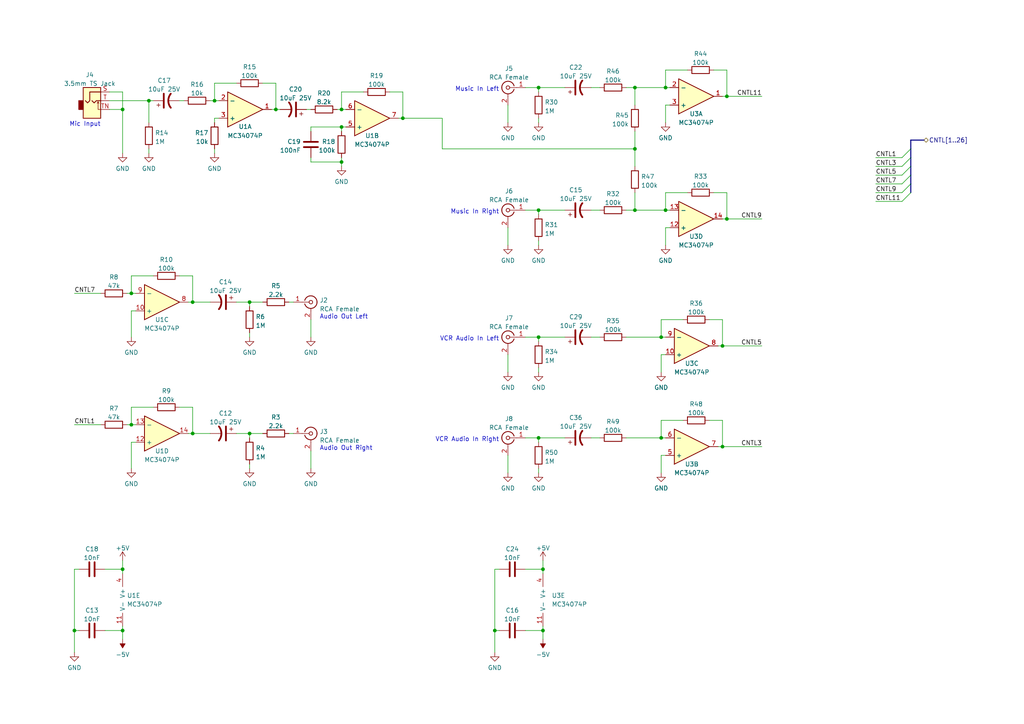
<source format=kicad_sch>
(kicad_sch (version 20211123) (generator eeschema)
  (paper "A4")
  (title_block (title "Audio IO & Modulation") (date "2023-05-24") (rev "3"))
  (lib_symbols
    (symbol "Connector:AudioJack2_SwitchT"
      (property "Reference" "J" (at 0 8.89 0))
      (property "Value" "AudioJack2_SwitchT" (at 0 6.35 0))
      (symbol "AudioJack2_SwitchT_0_1"
        (rectangle (start -2.54 0) (end -3.81 -2.54) (stroke (width 0.254)) (fill (type outline)))
        (polyline (pts (xy 1.778 -0.254) (xy 2.032 -0.762)))
        (polyline (pts (xy 0 0) (xy 0.635 -0.635) (xy 1.27 0) (xy 2.54 0)) (stroke (width 0.254)))
        (polyline (pts (xy 2.54 -2.54) (xy 1.778 -2.54) (xy 1.778 -0.254) (xy 1.524 -0.762)))
        (polyline (pts (xy 2.54 2.54) (xy -0.635 2.54) (xy -0.635 0) (xy -1.27 -0.635) (xy -1.905 0)) (stroke (width 0.254)))
        (rectangle (start 2.54 3.81) (end -2.54 -5.08) (stroke (width 0.254)) (fill (type background)))
      )
      (symbol "AudioJack2_SwitchT_1_1"
        (pin passive line (at 5.08 2.54 180) (length 2.54) (name "~") (number "S"))
        (pin passive line (at 5.08 0 180) (length 2.54) (name "~") (number "T"))
        (pin passive line (at 5.08 -2.54 180) (length 2.54) (name "~") (number "TN"))
      )
    )
    (symbol "Connector:Conn_Coaxial" (pin_names (offset 1.016) hide)
      (property "Reference" "J" (at 0.254 3.048 0))
      (property "Value" "Conn_Coaxial" (at 2.921 0 90))
      (symbol "Conn_Coaxial_0_1"
        (arc (start -1.778 -0.508) (mid 0.2311 -1.8066) (end 1.778 0) (stroke (width 0.254)))
        (polyline (pts (xy -2.54 0) (xy -0.508 0)))
        (polyline (pts (xy 0 -2.54) (xy 0 -1.778)))
        (circle (center 0 0) (radius 0.508) (stroke (width 0.2032)))
        (arc (start 1.778 0) (mid 0.2099 1.8101) (end -1.778 0.508) (stroke (width 0.254)))
      )
      (symbol "Conn_Coaxial_1_1"
        (pin passive line (at -5.08 0 0) (length 2.54) (name "In") (number "1"))
        (pin passive line (at 0 -5.08 90) (length 2.54) (name "Ext") (number "2"))
      )
    )
    (symbol "Device:C" (pin_numbers hide) (pin_names (offset 0.254))
      (property "Reference" "C" (at 0.635 2.54 0))
      (property "Value" "C" (at 0.635 -2.54 0))
      (symbol "C_0_1"
        (polyline (pts (xy -2.032 -0.762) (xy 2.032 -0.762)) (stroke (width 0.508)))
        (polyline (pts (xy -2.032 0.762) (xy 2.032 0.762)) (stroke (width 0.508)))
      )
      (symbol "C_1_1"
        (pin passive line (at 0 3.81 270) (length 2.794) (name "~") (number "1"))
        (pin passive line (at 0 -3.81 90) (length 2.794) (name "~") (number "2"))
      )
    )
    (symbol "Device:C_Polarized_US" (pin_numbers hide) (pin_names (offset 0.254) hide)
      (property "Reference" "C" (at 0.635 2.54 0))
      (property "Value" "C_Polarized_US" (at 0.635 -2.54 0))
      (symbol "C_Polarized_US_0_1"
        (polyline (pts (xy -2.032 0.762) (xy 2.032 0.762)) (stroke (width 0.508)))
        (polyline (pts (xy -1.778 2.286) (xy -0.762 2.286)))
        (polyline (pts (xy -1.27 1.778) (xy -1.27 2.794)))
        (arc (start 2.032 -1.27) (mid 0 -0.5572) (end -2.032 -1.27) (stroke (width 0.508)))
      )
      (symbol "C_Polarized_US_1_1"
        (pin passive line (at 0 3.81 270) (length 2.794) (name "~") (number "1"))
        (pin passive line (at 0 -3.81 90) (length 3.302) (name "~") (number "2"))
      )
    )
    (symbol "Device:Opamp_Quad"
      (property "Reference" "U" (at 0 5.08 0))
      (property "Value" "Opamp_Quad" (at 0 -5.08 0))
      (symbol "Opamp_Quad_1_1"
        (polyline (pts (xy -5.08 5.08) (xy 5.08 0) (xy -5.08 -5.08) (xy -5.08 5.08)) (stroke (width 0.254)) (fill (type background)))
        (pin output line (at 7.62 0 180) (length 2.54) (name "~") (number "1"))
        (pin input line (at -7.62 -2.54 0) (length 2.54) (name "-") (number "2"))
        (pin input line (at -7.62 2.54 0) (length 2.54) (name "+") (number "3"))
      )
      (symbol "Opamp_Quad_2_1"
        (polyline (pts (xy -5.08 5.08) (xy 5.08 0) (xy -5.08 -5.08) (xy -5.08 5.08)) (stroke (width 0.254)) (fill (type background)))
        (pin input line (at -7.62 2.54 0) (length 2.54) (name "+") (number "5"))
        (pin input line (at -7.62 -2.54 0) (length 2.54) (name "-") (number "6"))
        (pin output line (at 7.62 0 180) (length 2.54) (name "~") (number "7"))
      )
      (symbol "Opamp_Quad_3_1"
        (polyline (pts (xy -5.08 5.08) (xy 5.08 0) (xy -5.08 -5.08) (xy -5.08 5.08)) (stroke (width 0.254)) (fill (type background)))
        (pin input line (at -7.62 2.54 0) (length 2.54) (name "+") (number "10"))
        (pin output line (at 7.62 0 180) (length 2.54) (name "~") (number "8"))
        (pin input line (at -7.62 -2.54 0) (length 2.54) (name "-") (number "9"))
      )
      (symbol "Opamp_Quad_4_1"
        (polyline (pts (xy -5.08 5.08) (xy 5.08 0) (xy -5.08 -5.08) (xy -5.08 5.08)) (stroke (width 0.254)) (fill (type background)))
        (pin input line (at -7.62 2.54 0) (length 2.54) (name "+") (number "12"))
        (pin input line (at -7.62 -2.54 0) (length 2.54) (name "-") (number "13"))
        (pin output line (at 7.62 0 180) (length 2.54) (name "~") (number "14"))
      )
      (symbol "Opamp_Quad_5_1"
        (pin power_in line (at -2.54 -7.62 90) (length 3.81) (name "V-") (number "11"))
        (pin power_in line (at -2.54 7.62 270) (length 3.81) (name "V+") (number "4"))
      )
    )
    (symbol "Device:R" (pin_numbers hide) (pin_names (offset 0))
      (property "Reference" "R" (at 2.032 0 90))
      (property "Value" "R" (at 0 0 90))
      (symbol "R_0_1"
        (rectangle (start -1.016 -2.54) (end 1.016 2.54) (stroke (width 0.254)))
      )
      (symbol "R_1_1"
        (pin passive line (at 0 3.81 270) (length 1.27) (name "~") (number "1"))
        (pin passive line (at 0 -3.81 90) (length 1.27) (name "~") (number "2"))
      )
    )
    (symbol "power:+5V" (power) (pin_names (offset 0))
      (property "Value" "+5V" (at 0 3.556 0))
      (symbol "+5V_0_1"
        (polyline (pts (xy -0.762 1.27) (xy 0 2.54)))
        (polyline (pts (xy 0 0) (xy 0 2.54)))
        (polyline (pts (xy 0 2.54) (xy 0.762 1.27)))
      )
      (symbol "+5V_1_1"
        (pin power_in line (at 0 0 90) (length 0) hide (name "+5V") (number "1"))
      )
    )
    (symbol "power:-5V" (power) (pin_names (offset 0))
      (property "Value" "-5V" (at 0 3.81 0))
      (symbol "-5V_0_0"
        (pin power_in line (at 0 0 90) (length 0) hide (name "-5V") (number "1"))
      )
      (symbol "-5V_0_1"
        (polyline (pts (xy 0 0) (xy 0 1.27) (xy 0.762 1.27) (xy 0 2.54) (xy -0.762 1.27) (xy 0 1.27)) (fill (type outline)))
      )
    )
    (symbol "power:GND" (power) (pin_names (offset 0))
      (property "Value" "GND" (at 0 -3.81 0))
      (symbol "GND_0_1"
        (polyline (pts (xy 0 0) (xy 0 -1.27) (xy 1.27 -1.27) (xy 0 -2.54) (xy -1.27 -1.27) (xy 0 -1.27)))
      )
      (symbol "GND_1_1"
        (pin power_in line (at 0 0 270) (length 0) hide (name "GND") (number "1"))
      )
    )
  )
  (junction (at 38.1 85.09))
  (junction (at 191.77 127))
  (junction (at 156.21 127))
  (junction (at 80.01 31.75))
  (junction (at 157.48 165.1))
  (junction (at 156.21 97.79))
  (junction (at 210.82 63.5))
  (junction (at 116.84 34.29))
  (junction (at 209.55 100.33))
  (junction (at 156.21 25.4))
  (junction (at 184.15 60.96))
  (junction (at 35.56 31.75))
  (junction (at 184.15 43.18))
  (junction (at 35.56 165.1))
  (junction (at 193.04 25.4))
  (junction (at 193.04 60.96))
  (junction (at 21.59 182.88))
  (junction (at 38.1 123.19))
  (junction (at 143.51 182.88))
  (junction (at 99.06 36.83))
  (junction (at 191.77 97.79))
  (junction (at 35.56 182.88))
  (junction (at 184.15 25.4))
  (junction (at 72.39 87.63))
  (junction (at 99.06 31.75))
  (junction (at 55.88 125.73))
  (junction (at 156.21 60.96))
  (junction (at 43.18 29.21))
  (junction (at 99.06 46.99))
  (junction (at 157.48 182.88))
  (junction (at 210.82 27.94))
  (junction (at 62.23 29.21))
  (junction (at 209.55 129.54))
  (junction (at 55.88 87.63))
  (junction (at 72.39 125.73))
  (bus_entry (at 264.16 50.8) (size -2.54 2.54))
  (bus_entry (at 264.16 48.26) (size -2.54 2.54))
  (bus_entry (at 264.16 45.72) (size -2.54 2.54))
  (bus_entry (at 264.16 55.88) (size -2.54 2.54))
  (bus_entry (at 264.16 43.18) (size -2.54 2.54))
  (bus_entry (at 264.16 53.34) (size -2.54 2.54))
  (wire (pts (xy 36.83 85.09) (xy 38.1 85.09)))
  (wire (pts (xy 31.75 26.67) (xy 35.56 26.67)))
  (wire (pts (xy 31.75 29.21) (xy 43.18 29.21)))
  (wire (pts (xy 208.28 129.54) (xy 209.55 129.54)))
  (wire (pts (xy 35.56 181.61) (xy 35.56 182.88)))
  (bus (pts (xy 264.16 50.8) (xy 264.16 53.34)))
  (wire (pts (xy 143.51 182.88) (xy 143.51 189.23)))
  (wire (pts (xy 52.07 29.21) (xy 53.34 29.21)))
  (wire (pts (xy 99.06 36.83) (xy 90.17 36.83)))
  (wire (pts (xy 21.59 182.88) (xy 21.59 189.23)))
  (wire (pts (xy 99.06 26.67) (xy 105.41 26.67)))
  (wire (pts (xy 181.61 97.79) (xy 191.77 97.79)))
  (wire (pts (xy 156.21 34.29) (xy 156.21 35.56)))
  (wire (pts (xy 113.03 26.67) (xy 116.84 26.67)))
  (wire (pts (xy 191.77 102.87) (xy 191.77 107.95)))
  (wire (pts (xy 147.32 132.08) (xy 147.32 137.16)))
  (wire (pts (xy 68.58 125.73) (xy 72.39 125.73)))
  (wire (pts (xy 143.51 182.88) (xy 144.78 182.88)))
  (wire (pts (xy 191.77 127) (xy 193.04 127)))
  (wire (pts (xy 54.61 125.73) (xy 55.88 125.73)))
  (wire (pts (xy 209.55 129.54) (xy 209.55 121.92)))
  (wire (pts (xy 156.21 25.4) (xy 156.21 26.67)))
  (wire (pts (xy 193.04 25.4) (xy 193.04 20.32)))
  (wire (pts (xy 191.77 121.92) (xy 191.77 127)))
  (wire (pts (xy 38.1 85.09) (xy 38.1 80.01)))
  (wire (pts (xy 83.82 87.63) (xy 85.09 87.63)))
  (wire (pts (xy 173.99 25.4) (xy 171.45 25.4)))
  (wire (pts (xy 35.56 31.75) (xy 31.75 31.75)))
  (wire (pts (xy 191.77 97.79) (xy 193.04 97.79)))
  (wire (pts (xy 193.04 30.48) (xy 193.04 35.56)))
  (wire (pts (xy 38.1 90.17) (xy 38.1 97.79)))
  (wire (pts (xy 181.61 127) (xy 191.77 127)))
  (wire (pts (xy 171.45 127) (xy 173.99 127)))
  (wire (pts (xy 210.82 63.5) (xy 220.98 63.5)))
  (wire (pts (xy 90.17 45.72) (xy 90.17 46.99)))
  (wire (pts (xy 210.82 27.94) (xy 209.55 27.94)))
  (wire (pts (xy 55.88 80.01) (xy 55.88 87.63)))
  (wire (pts (xy 156.21 97.79) (xy 163.83 97.79)))
  (wire (pts (xy 193.04 66.04) (xy 193.04 71.12)))
  (wire (pts (xy 152.4 165.1) (xy 157.48 165.1)))
  (wire (pts (xy 38.1 123.19) (xy 39.37 123.19)))
  (wire (pts (xy 38.1 128.27) (xy 38.1 135.89)))
  (wire (pts (xy 72.39 125.73) (xy 72.39 127)))
  (wire (pts (xy 184.15 30.48) (xy 184.15 25.4)))
  (wire (pts (xy 193.04 60.96) (xy 194.31 60.96)))
  (wire (pts (xy 152.4 127) (xy 156.21 127)))
  (wire (pts (xy 198.12 121.92) (xy 191.77 121.92)))
  (wire (pts (xy 156.21 106.68) (xy 156.21 107.95)))
  (wire (pts (xy 62.23 24.13) (xy 68.58 24.13)))
  (wire (pts (xy 254 50.8) (xy 261.62 50.8)))
  (wire (pts (xy 184.15 43.18) (xy 184.15 48.26)))
  (wire (pts (xy 78.74 31.75) (xy 80.01 31.75)))
  (wire (pts (xy 191.77 92.71) (xy 191.77 97.79)))
  (wire (pts (xy 209.55 100.33) (xy 220.98 100.33)))
  (bus (pts (xy 264.16 40.64) (xy 264.16 43.18)))
  (wire (pts (xy 99.06 31.75) (xy 99.06 26.67)))
  (wire (pts (xy 76.2 24.13) (xy 80.01 24.13)))
  (wire (pts (xy 62.23 34.29) (xy 62.23 35.56)))
  (wire (pts (xy 55.88 87.63) (xy 54.61 87.63)))
  (wire (pts (xy 156.21 128.27) (xy 156.21 127)))
  (wire (pts (xy 39.37 85.09) (xy 38.1 85.09)))
  (wire (pts (xy 90.17 46.99) (xy 99.06 46.99)))
  (wire (pts (xy 68.58 87.63) (xy 72.39 87.63)))
  (wire (pts (xy 193.04 102.87) (xy 191.77 102.87)))
  (wire (pts (xy 35.56 31.75) (xy 35.56 44.45)))
  (wire (pts (xy 184.15 38.1) (xy 184.15 43.18)))
  (wire (pts (xy 210.82 63.5) (xy 210.82 55.88)))
  (wire (pts (xy 35.56 182.88) (xy 35.56 185.42)))
  (wire (pts (xy 193.04 55.88) (xy 193.04 60.96)))
  (wire (pts (xy 83.82 125.73) (xy 85.09 125.73)))
  (wire (pts (xy 72.39 125.73) (xy 76.2 125.73)))
  (wire (pts (xy 99.06 46.99) (xy 99.06 45.72)))
  (wire (pts (xy 157.48 182.88) (xy 157.48 185.42)))
  (bus (pts (xy 264.16 43.18) (xy 264.16 45.72)))
  (wire (pts (xy 100.33 31.75) (xy 99.06 31.75)))
  (wire (pts (xy 38.1 118.11) (xy 38.1 123.19)))
  (wire (pts (xy 116.84 26.67) (xy 116.84 34.29)))
  (wire (pts (xy 143.51 165.1) (xy 143.51 182.88)))
  (wire (pts (xy 209.55 121.92) (xy 205.74 121.92)))
  (wire (pts (xy 80.01 31.75) (xy 81.28 31.75)))
  (wire (pts (xy 39.37 90.17) (xy 38.1 90.17)))
  (wire (pts (xy 210.82 55.88) (xy 207.01 55.88)))
  (wire (pts (xy 72.39 134.62) (xy 72.39 135.89)))
  (wire (pts (xy 156.21 127) (xy 163.83 127)))
  (wire (pts (xy 163.83 60.96) (xy 156.21 60.96)))
  (wire (pts (xy 181.61 25.4) (xy 184.15 25.4)))
  (wire (pts (xy 35.56 165.1) (xy 35.56 166.37)))
  (wire (pts (xy 210.82 27.94) (xy 220.98 27.94)))
  (wire (pts (xy 72.39 96.52) (xy 72.39 97.79)))
  (wire (pts (xy 254 55.88) (xy 261.62 55.88)))
  (wire (pts (xy 194.31 30.48) (xy 193.04 30.48)))
  (wire (pts (xy 171.45 97.79) (xy 173.99 97.79)))
  (wire (pts (xy 21.59 85.09) (xy 29.21 85.09)))
  (wire (pts (xy 193.04 20.32) (xy 199.39 20.32)))
  (wire (pts (xy 152.4 97.79) (xy 156.21 97.79)))
  (wire (pts (xy 99.06 36.83) (xy 99.06 38.1)))
  (wire (pts (xy 191.77 132.08) (xy 191.77 137.16)))
  (wire (pts (xy 254 45.72) (xy 261.62 45.72)))
  (wire (pts (xy 128.27 43.18) (xy 184.15 43.18)))
  (wire (pts (xy 80.01 24.13) (xy 80.01 31.75)))
  (wire (pts (xy 21.59 182.88) (xy 22.86 182.88)))
  (wire (pts (xy 156.21 69.85) (xy 156.21 71.12)))
  (wire (pts (xy 194.31 25.4) (xy 193.04 25.4)))
  (wire (pts (xy 152.4 25.4) (xy 156.21 25.4)))
  (wire (pts (xy 36.83 123.19) (xy 38.1 123.19)))
  (wire (pts (xy 152.4 60.96) (xy 156.21 60.96)))
  (wire (pts (xy 184.15 55.88) (xy 184.15 60.96)))
  (wire (pts (xy 184.15 25.4) (xy 193.04 25.4)))
  (wire (pts (xy 156.21 135.89) (xy 156.21 137.16)))
  (wire (pts (xy 209.55 129.54) (xy 220.98 129.54)))
  (wire (pts (xy 60.96 29.21) (xy 62.23 29.21)))
  (wire (pts (xy 198.12 92.71) (xy 191.77 92.71)))
  (wire (pts (xy 254 48.26) (xy 261.62 48.26)))
  (wire (pts (xy 21.59 165.1) (xy 21.59 182.88)))
  (wire (pts (xy 157.48 162.56) (xy 157.48 165.1)))
  (wire (pts (xy 147.32 30.48) (xy 147.32 35.56)))
  (wire (pts (xy 43.18 35.56) (xy 43.18 29.21)))
  (wire (pts (xy 194.31 66.04) (xy 193.04 66.04)))
  (bus (pts (xy 264.16 48.26) (xy 264.16 50.8)))
  (wire (pts (xy 97.79 31.75) (xy 99.06 31.75)))
  (wire (pts (xy 207.01 20.32) (xy 210.82 20.32)))
  (wire (pts (xy 254 58.42) (xy 261.62 58.42)))
  (wire (pts (xy 157.48 165.1) (xy 157.48 166.37)))
  (wire (pts (xy 90.17 36.83) (xy 90.17 38.1)))
  (wire (pts (xy 99.06 46.99) (xy 99.06 48.26)))
  (wire (pts (xy 72.39 87.63) (xy 76.2 87.63)))
  (wire (pts (xy 156.21 60.96) (xy 156.21 62.23)))
  (wire (pts (xy 88.9 31.75) (xy 90.17 31.75)))
  (wire (pts (xy 116.84 34.29) (xy 128.27 34.29)))
  (wire (pts (xy 21.59 165.1) (xy 22.86 165.1)))
  (wire (pts (xy 147.32 102.87) (xy 147.32 107.95)))
  (wire (pts (xy 43.18 43.18) (xy 43.18 44.45)))
  (wire (pts (xy 90.17 92.71) (xy 90.17 97.79)))
  (wire (pts (xy 181.61 60.96) (xy 184.15 60.96)))
  (wire (pts (xy 254 53.34) (xy 261.62 53.34)))
  (wire (pts (xy 152.4 182.88) (xy 157.48 182.88)))
  (wire (pts (xy 63.5 34.29) (xy 62.23 34.29)))
  (wire (pts (xy 157.48 181.61) (xy 157.48 182.88)))
  (wire (pts (xy 38.1 80.01) (xy 44.45 80.01)))
  (wire (pts (xy 184.15 60.96) (xy 193.04 60.96)))
  (bus (pts (xy 264.16 45.72) (xy 264.16 48.26)))
  (wire (pts (xy 35.56 162.56) (xy 35.56 165.1)))
  (wire (pts (xy 55.88 125.73) (xy 60.96 125.73)))
  (wire (pts (xy 21.59 123.19) (xy 29.21 123.19)))
  (wire (pts (xy 62.23 44.45) (xy 62.23 43.18)))
  (wire (pts (xy 156.21 25.4) (xy 163.83 25.4)))
  (wire (pts (xy 90.17 130.81) (xy 90.17 135.89)))
  (wire (pts (xy 72.39 87.63) (xy 72.39 88.9)))
  (wire (pts (xy 210.82 20.32) (xy 210.82 27.94)))
  (bus (pts (xy 264.16 53.34) (xy 264.16 55.88)))
  (wire (pts (xy 209.55 100.33) (xy 209.55 92.71)))
  (wire (pts (xy 55.88 87.63) (xy 60.96 87.63)))
  (wire (pts (xy 209.55 92.71) (xy 205.74 92.71)))
  (wire (pts (xy 147.32 66.04) (xy 147.32 71.12)))
  (wire (pts (xy 44.45 118.11) (xy 38.1 118.11)))
  (wire (pts (xy 100.33 36.83) (xy 99.06 36.83)))
  (bus (pts (xy 267.97 40.64) (xy 264.16 40.64)))
  (wire (pts (xy 55.88 125.73) (xy 55.88 118.11)))
  (wire (pts (xy 116.84 34.29) (xy 115.57 34.29)))
  (wire (pts (xy 30.48 182.88) (xy 35.56 182.88)))
  (wire (pts (xy 43.18 29.21) (xy 44.45 29.21)))
  (wire (pts (xy 209.55 63.5) (xy 210.82 63.5)))
  (wire (pts (xy 128.27 34.29) (xy 128.27 43.18)))
  (wire (pts (xy 30.48 165.1) (xy 35.56 165.1)))
  (wire (pts (xy 199.39 55.88) (xy 193.04 55.88)))
  (wire (pts (xy 208.28 100.33) (xy 209.55 100.33)))
  (wire (pts (xy 171.45 60.96) (xy 173.99 60.96)))
  (wire (pts (xy 62.23 29.21) (xy 63.5 29.21)))
  (wire (pts (xy 55.88 118.11) (xy 52.07 118.11)))
  (wire (pts (xy 39.37 128.27) (xy 38.1 128.27)))
  (wire (pts (xy 35.56 26.67) (xy 35.56 31.75)))
  (wire (pts (xy 52.07 80.01) (xy 55.88 80.01)))
  (wire (pts (xy 62.23 24.13) (xy 62.23 29.21)))
  (wire (pts (xy 193.04 132.08) (xy 191.77 132.08)))
  (wire (pts (xy 143.51 165.1) (xy 144.78 165.1)))
  (wire (pts (xy 156.21 99.06) (xy 156.21 97.79)))
  (text "Audio Out Right" (at 92.71 130.81 0) (effects (font (size 1.27 1.27)) (justify left bottom)))
  (text "VCR Audio In Right" (at 144.78 128.27 180) (effects (font (size 1.27 1.27)) (justify right bottom)))
  (text "VCR Audio In Left" (at 144.78 99.06 180) (effects (font (size 1.27 1.27)) (justify right bottom)))
  (text "Audio Out Left" (at 92.71 92.71 0) (effects (font (size 1.27 1.27)) (justify left bottom)))
  (text "Music In Right" (at 144.78 62.23 180) (effects (font (size 1.27 1.27)) (justify right bottom)))
  (text "Music In Left" (at 144.78 26.67 180) (effects (font (size 1.27 1.27)) (justify right bottom)))
  (text "Mic Input" (at 29.21 36.83 180) (effects (font (size 1.27 1.27)) (justify right bottom)))
  (label "CNTL11" (at 254 58.42 0))
  (label "CNTL1" (at 254 45.72 0))
  (label "CNTL7" (at 21.59 85.09 0))
  (label "CNTL5" (at 220.98 100.33 180))
  (label "CNTL3" (at 220.98 129.54 180))
  (label "CNTL9" (at 254 55.88 0))
  (label "CNTL1" (at 21.59 123.19 0))
  (label "CNTL5" (at 254 50.8 0))
  (label "CNTL9" (at 220.98 63.5 180))
  (label "CNTL11" (at 220.98 27.94 180))
  (label "CNTL3" (at 254 48.26 0))
  (label "CNTL7" (at 254 53.34 0))
  (hierarchical_label "CNTL[1..26]" (shape bidirectional) (at 267.97 40.64 0))
  (symbol (lib_id "Device:R") (at 184.15 34.29 0) (mirror x) (unit 1)
    (property "Reference" "R45" (at 182.372 33.4553 0) (effects (justify right)))
    (property "Value" "100k" (at 182.372 35.9922 0) (effects (justify right)))
  )
  (symbol (lib_id "Connector:Conn_Coaxial") (at 147.32 97.79 0) (mirror y) (unit 1)
    (property "Reference" "J7" (at 147.6374 92.2636 0))
    (property "Value" "RCA Female" (at 147.6374 94.8005 0))
    (property "Datasheet" " ~" (effects hide))
  )
  (symbol (lib_id "Device:R") (at 201.93 121.92 90) (unit 1)
    (property "Reference" "R48" (at 201.93 117.2042 90))
    (property "Value" "100k" (at 201.93 119.7411 90))
  )
  (symbol (lib_id "Device:Opamp_Quad") (at 200.66 100.33 0) (mirror x) (unit 3)
    (property "Reference" "U3" (at 200.66 105.4131 0))
    (property "Value" "MC34074P" (at 200.66 107.95 0))
  )
  (symbol (lib_id "Device:R") (at 99.06 41.91 0) (mirror x) (unit 1)
    (property "Reference" "R18" (at 97.2821 41.0753 0) (effects (justify right)))
    (property "Value" "100k" (at 97.2821 43.6122 0) (effects (justify right)))
  )
  (symbol (lib_id "power:GND") (at 35.56 44.45 0) (unit 1)
    (property "Reference" "#PWR0228" (effects hide))
    (property "Value" "GND" (at 35.56 48.8934 0))
  )
  (symbol (lib_id "Device:C_Polarized_US") (at 167.64 127 90) (unit 1)
    (property "Reference" "C36" (at 167.005 121.1412 90))
    (property "Value" "10uF 25V" (at 167.005 123.6781 90))
  )
  (symbol (lib_id "Device:Opamp_Quad") (at 201.93 27.94 0) (mirror x) (unit 1)
    (property "Reference" "U3" (at 201.93 33.0231 0))
    (property "Value" "MC34074P" (at 201.93 35.56 0))
  )
  (symbol (lib_id "power:GND") (at 156.21 71.12 0) (unit 1)
    (property "Reference" "#PWR0239" (effects hide))
    (property "Value" "GND" (at 156.21 75.5634 0))
  )
  (symbol (lib_id "Device:R") (at 72.39 24.13 270) (unit 1)
    (property "Reference" "R15" (at 72.39 19.4142 90))
    (property "Value" "100k" (at 72.39 21.9511 90))
  )
  (symbol (lib_id "Device:R") (at 80.01 125.73 90) (unit 1)
    (property "Reference" "R3" (at 80.01 121.0142 90))
    (property "Value" "2.2k" (at 80.01 123.5511 90))
  )
  (symbol (lib_id "Device:R") (at 177.8 127 90) (unit 1)
    (property "Reference" "R49" (at 177.8 122.2842 90))
    (property "Value" "100k" (at 177.8 124.8211 90))
  )
  (symbol (lib_id "Device:R") (at 156.21 30.48 0) (unit 1)
    (property "Reference" "R30" (at 157.988 29.6453 0) (effects (justify left)))
    (property "Value" "1M" (at 157.988 32.1822 0) (effects (justify left)))
  )
  (symbol (lib_id "power:GND") (at 90.17 135.89 0) (unit 1)
    (property "Reference" "#PWR0234" (effects hide))
    (property "Value" "GND" (at 90.17 140.3334 0))
  )
  (symbol (lib_id "Device:R") (at 57.15 29.21 90) (mirror x) (unit 1)
    (property "Reference" "R16" (at 57.15 24.4942 90))
    (property "Value" "10k" (at 57.15 27.0311 90))
  )
  (symbol (lib_id "Device:R") (at 203.2 55.88 90) (unit 1)
    (property "Reference" "R33" (at 203.2 51.1642 90))
    (property "Value" "100k" (at 203.2 53.7011 90))
  )
  (symbol (lib_id "Device:Opamp_Quad") (at 200.66 129.54 0) (mirror x) (unit 2)
    (property "Reference" "U3" (at 200.66 134.62 0))
    (property "Value" "MC34074P" (at 200.66 137.1569 0))
  )
  (symbol (lib_id "Device:C") (at 148.59 165.1 90) (unit 1)
    (property "Reference" "C24" (at 148.59 159.2412 90))
    (property "Value" "10nF" (at 148.59 161.7781 90))
  )
  (symbol (lib_id "power:GND") (at 90.17 97.79 0) (unit 1)
    (property "Reference" "#PWR0236" (effects hide))
    (property "Value" "GND" (at 90.17 102.2334 0))
  )
  (symbol (lib_id "Connector:Conn_Coaxial") (at 90.17 125.73 0) (unit 1)
    (property "Reference" "J3" (at 92.7101 125.1885 0) (effects (justify left)))
    (property "Value" "RCA Female" (at 92.7101 127.7254 0) (effects (justify left)))
    (property "Datasheet" " ~" (effects hide))
  )
  (symbol (lib_id "Device:R") (at 177.8 25.4 90) (unit 1)
    (property "Reference" "R46" (at 177.8 20.6842 90))
    (property "Value" "100k" (at 177.8 23.2211 90))
  )
  (symbol (lib_id "power:GND") (at 147.32 71.12 0) (unit 1)
    (property "Reference" "#PWR0240" (effects hide))
    (property "Value" "GND" (at 147.32 75.5634 0))
  )
  (symbol (lib_id "power:GND") (at 156.21 35.56 0) (unit 1)
    (property "Reference" "#PWR0248" (effects hide))
    (property "Value" "GND" (at 156.21 40.0034 0))
  )
  (symbol (lib_id "Device:Opamp_Quad") (at 107.95 34.29 0) (mirror x) (unit 2)
    (property "Reference" "U1" (at 107.95 39.37 0))
    (property "Value" "MC34074P" (at 107.95 41.9069 0))
  )
  (symbol (lib_id "Device:R") (at 93.98 31.75 90) (unit 1)
    (property "Reference" "R20" (at 93.98 27.0342 90))
    (property "Value" "8.2k" (at 93.98 29.5711 90))
  )
  (symbol (lib_id "power:GND") (at 38.1 135.89 0) (unit 1)
    (property "Reference" "#PWR0226" (effects hide))
    (property "Value" "GND" (at 38.1 140.3334 0))
  )
  (symbol (lib_id "power:GND") (at 156.21 137.16 0) (unit 1)
    (property "Reference" "#PWR0242" (effects hide))
    (property "Value" "GND" (at 156.21 141.6034 0))
  )
  (symbol (lib_id "Device:R") (at 184.15 52.07 0) (unit 1)
    (property "Reference" "R47" (at 185.928 51.2353 0) (effects (justify left)))
    (property "Value" "100k" (at 185.928 53.7722 0) (effects (justify left)))
  )
  (symbol (lib_id "power:+5V") (at 35.56 162.56 0) (unit 1)
    (property "Reference" "#PWR0223" (effects hide))
    (property "Value" "+5V" (at 35.56 158.9842 0))
  )
  (symbol (lib_id "Device:R") (at 33.02 85.09 90) (unit 1)
    (property "Reference" "R8" (at 33.02 80.3742 90))
    (property "Value" "47k" (at 33.02 82.9111 90))
  )
  (symbol (lib_id "power:GND") (at 156.21 107.95 0) (unit 1)
    (property "Reference" "#PWR0245" (effects hide))
    (property "Value" "GND" (at 156.21 112.3934 0))
  )
  (symbol (lib_id "Connector:AudioJack2_SwitchT") (at 26.67 29.21 0) (unit 1)
    (property "Reference" "J4" (at 26.035 21.7002 0))
    (property "Value" "3.5mm TS Jack" (at 26.035 24.2371 0))
  )
  (symbol (lib_id "Device:R") (at 43.18 39.37 180) (unit 1)
    (property "Reference" "R14" (at 44.958 38.5353 0) (effects (justify right)))
    (property "Value" "1M" (at 44.958 41.0722 0) (effects (justify right)))
  )
  (symbol (lib_id "Device:C_Polarized_US") (at 85.09 31.75 270) (mirror x) (unit 1)
    (property "Reference" "C20" (at 85.725 25.8912 90))
    (property "Value" "10uF 25V" (at 85.725 28.4281 90))
  )
  (symbol (lib_id "Device:Opamp_Quad") (at 71.12 31.75 0) (mirror x) (unit 1)
    (property "Reference" "U1" (at 71.12 36.7198 0))
    (property "Value" "MC34074P" (at 71.12 39.37 0))
  )
  (symbol (lib_id "Device:Opamp_Quad") (at 154.94 173.99 0) (mirror y) (unit 5)
    (property "Reference" "U3" (at 160.02 172.72 0) (effects (justify right)))
    (property "Value" "MC34074P" (at 160.02 175.26 0) (effects (justify right)))
  )
  (symbol (lib_id "Device:Opamp_Quad") (at 38.1 173.99 0) (unit 5)
    (property "Reference" "U1" (at 36.83 172.7231 0) (effects (justify left)))
    (property "Value" "MC34074P" (at 36.83 175.26 0) (effects (justify left)))
  )
  (symbol (lib_id "Device:R") (at 80.01 87.63 90) (unit 1)
    (property "Reference" "R5" (at 80.01 82.9142 90))
    (property "Value" "2.2k" (at 80.01 85.4511 90))
  )
  (symbol (lib_id "power:GND") (at 99.06 48.26 0) (unit 1)
    (property "Reference" "#PWR0222" (effects hide))
    (property "Value" "GND" (at 99.06 52.7034 0))
  )
  (symbol (lib_id "power:+5V") (at 157.48 162.56 0) (unit 1)
    (property "Reference" "#PWR0230" (effects hide))
    (property "Value" "+5V" (at 157.48 158.9842 0))
  )
  (symbol (lib_id "power:GND") (at 191.77 107.95 0) (unit 1)
    (property "Reference" "#PWR0247" (effects hide))
    (property "Value" "GND" (at 191.77 112.3934 0))
  )
  (symbol (lib_id "power:GND") (at 72.39 97.79 0) (unit 1)
    (property "Reference" "#PWR0237" (effects hide))
    (property "Value" "GND" (at 72.39 102.2334 0))
  )
  (symbol (lib_id "Device:R") (at 48.26 118.11 90) (unit 1)
    (property "Reference" "R9" (at 48.26 113.3942 90))
    (property "Value" "100k" (at 48.26 115.9311 90))
  )
  (symbol (lib_id "Device:R") (at 177.8 60.96 90) (unit 1)
    (property "Reference" "R32" (at 177.8 56.2442 90))
    (property "Value" "100k" (at 177.8 58.7811 90))
  )
  (symbol (lib_id "Device:R") (at 72.39 130.81 0) (unit 1)
    (property "Reference" "R4" (at 74.168 129.9753 0) (effects (justify left)))
    (property "Value" "1M" (at 74.168 132.5122 0) (effects (justify left)))
  )
  (symbol (lib_id "power:GND") (at 38.1 97.79 0) (unit 1)
    (property "Reference" "#PWR0235" (effects hide))
    (property "Value" "GND" (at 38.1 102.2334 0))
  )
  (symbol (lib_id "Device:C_Polarized_US") (at 167.64 60.96 90) (unit 1)
    (property "Reference" "C15" (at 167.005 55.1012 90))
    (property "Value" "10uF 25V" (at 167.005 57.6381 90))
  )
  (symbol (lib_id "Device:R") (at 72.39 92.71 180) (unit 1)
    (property "Reference" "R6" (at 74.168 91.8753 0) (effects (justify right)))
    (property "Value" "1M" (at 74.168 94.4122 0) (effects (justify right)))
  )
  (symbol (lib_id "Device:R") (at 177.8 97.79 90) (unit 1)
    (property "Reference" "R35" (at 177.8 93.0742 90))
    (property "Value" "100k" (at 177.8 95.6111 90))
  )
  (symbol (lib_id "Device:Opamp_Quad") (at 201.93 63.5 0) (mirror x) (unit 4)
    (property "Reference" "U3" (at 201.93 68.58 0))
    (property "Value" "MC34074P" (at 201.93 71.1169 0))
  )
  (symbol (lib_id "Device:Opamp_Quad") (at 46.99 87.63 0) (mirror x) (unit 3)
    (property "Reference" "U1" (at 46.99 92.7131 0))
    (property "Value" "MC34074P" (at 46.99 95.25 0))
  )
  (symbol (lib_id "Device:C") (at 26.67 165.1 90) (unit 1)
    (property "Reference" "C18" (at 26.67 159.2412 90))
    (property "Value" "10nF" (at 26.67 161.7781 90))
  )
  (symbol (lib_id "power:-5V") (at 157.48 185.42 180) (unit 1)
    (property "Reference" "#PWR0231" (effects hide))
    (property "Value" "-5V" (at 157.48 189.8634 0))
  )
  (symbol (lib_id "Device:R") (at 156.21 102.87 180) (unit 1)
    (property "Reference" "R34" (at 157.988 102.0353 0) (effects (justify right)))
    (property "Value" "1M" (at 157.988 104.5722 0) (effects (justify right)))
  )
  (symbol (lib_id "Device:R") (at 62.23 39.37 0) (mirror x) (unit 1)
    (property "Reference" "R17" (at 60.452 38.5353 0) (effects (justify right)))
    (property "Value" "10k" (at 60.452 41.0722 0) (effects (justify right)))
  )
  (symbol (lib_id "Device:R") (at 203.2 20.32 90) (unit 1)
    (property "Reference" "R44" (at 203.2 15.6042 90))
    (property "Value" "100k" (at 203.2 18.1411 90))
  )
  (symbol (lib_id "Device:C_Polarized_US") (at 64.77 87.63 270) (unit 1)
    (property "Reference" "C14" (at 65.405 81.7712 90))
    (property "Value" "10uF 25V" (at 65.405 84.3081 90))
  )
  (symbol (lib_id "power:GND") (at 43.18 44.45 0) (unit 1)
    (property "Reference" "#PWR0227" (effects hide))
    (property "Value" "GND" (at 43.18 48.8934 0))
  )
  (symbol (lib_id "power:GND") (at 147.32 107.95 0) (unit 1)
    (property "Reference" "#PWR0244" (effects hide))
    (property "Value" "GND" (at 147.32 112.3934 0))
  )
  (symbol (lib_id "power:GND") (at 191.77 137.16 0) (unit 1)
    (property "Reference" "#PWR0243" (effects hide))
    (property "Value" "GND" (at 191.77 141.6034 0))
  )
  (symbol (lib_id "Device:C_Polarized_US") (at 167.64 97.79 90) (unit 1)
    (property "Reference" "C29" (at 167.005 91.9312 90))
    (property "Value" "10uF 25V" (at 167.005 94.4681 90))
  )
  (symbol (lib_id "Device:R") (at 109.22 26.67 90) (mirror x) (unit 1)
    (property "Reference" "R19" (at 109.22 21.9542 90))
    (property "Value" "100k" (at 109.22 24.4911 90))
  )
  (symbol (lib_id "Device:R") (at 156.21 66.04 0) (unit 1)
    (property "Reference" "R31" (at 157.988 65.2053 0) (effects (justify left)))
    (property "Value" "1M" (at 157.988 67.7422 0) (effects (justify left)))
  )
  (symbol (lib_id "Device:R") (at 48.26 80.01 90) (unit 1)
    (property "Reference" "R10" (at 48.26 75.2942 90))
    (property "Value" "100k" (at 48.26 77.8311 90))
  )
  (symbol (lib_id "Connector:Conn_Coaxial") (at 90.17 87.63 0) (unit 1)
    (property "Reference" "J2" (at 92.7101 87.0885 0) (effects (justify left)))
    (property "Value" "RCA Female" (at 92.7101 89.6254 0) (effects (justify left)))
    (property "Datasheet" " ~" (effects hide))
  )
  (symbol (lib_id "Connector:Conn_Coaxial") (at 147.32 25.4 0) (mirror y) (unit 1)
    (property "Reference" "J5" (at 147.6374 19.8736 0))
    (property "Value" "RCA Female" (at 147.6374 22.4105 0))
    (property "Datasheet" " ~" (effects hide))
  )
  (symbol (lib_id "Device:R") (at 33.02 123.19 90) (unit 1)
    (property "Reference" "R7" (at 33.02 118.4742 90))
    (property "Value" "47k" (at 33.02 121.0111 90))
  )
  (symbol (lib_id "power:GND") (at 147.32 35.56 0) (unit 1)
    (property "Reference" "#PWR0249" (effects hide))
    (property "Value" "GND" (at 147.32 40.0034 0))
  )
  (symbol (lib_id "power:GND") (at 72.39 135.89 0) (unit 1)
    (property "Reference" "#PWR0233" (effects hide))
    (property "Value" "GND" (at 72.39 140.3334 0))
  )
  (symbol (lib_id "Device:C") (at 26.67 182.88 90) (unit 1)
    (property "Reference" "C13" (at 26.67 177.0212 90))
    (property "Value" "10nF" (at 26.67 179.5581 90))
  )
  (symbol (lib_id "Device:C") (at 148.59 182.88 90) (unit 1)
    (property "Reference" "C16" (at 148.59 177.0212 90))
    (property "Value" "10nF" (at 148.59 179.5581 90))
  )
  (symbol (lib_id "power:GND") (at 193.04 71.12 0) (unit 1)
    (property "Reference" "#PWR0238" (effects hide))
    (property "Value" "GND" (at 193.04 75.5634 0))
  )
  (symbol (lib_id "Device:C") (at 90.17 41.91 0) (mirror x) (unit 1)
    (property "Reference" "C19" (at 87.249 41.0753 0) (effects (justify right)))
    (property "Value" "100nF" (at 87.249 43.6122 0) (effects (justify right)))
  )
  (symbol (lib_id "Connector:Conn_Coaxial") (at 147.32 60.96 0) (mirror y) (unit 1)
    (property "Reference" "J6" (at 147.6374 55.4336 0))
    (property "Value" "RCA Female" (at 147.6374 57.9705 0))
    (property "Datasheet" " ~" (effects hide))
  )
  (symbol (lib_id "Device:Opamp_Quad") (at 46.99 125.73 0) (mirror x) (unit 4)
    (property "Reference" "U1" (at 46.99 130.8131 0))
    (property "Value" "MC34074P" (at 46.99 133.35 0))
  )
  (symbol (lib_id "power:-5V") (at 35.56 185.42 180) (unit 1)
    (property "Reference" "#PWR0224" (effects hide))
    (property "Value" "-5V" (at 35.56 189.8634 0))
  )
  (symbol (lib_id "power:GND") (at 193.04 35.56 0) (unit 1)
    (property "Reference" "#PWR0246" (effects hide))
    (property "Value" "GND" (at 193.04 40.0034 0))
  )
  (symbol (lib_id "Connector:Conn_Coaxial") (at 147.32 127 0) (mirror y) (unit 1)
    (property "Reference" "J8" (at 147.6374 121.4736 0))
    (property "Value" "RCA Female" (at 147.6374 124.0105 0))
    (property "Datasheet" " ~" (effects hide))
  )
  (symbol (lib_id "Device:R") (at 201.93 92.71 90) (unit 1)
    (property "Reference" "R36" (at 201.93 87.9942 90))
    (property "Value" "100k" (at 201.93 90.5311 90))
  )
  (symbol (lib_id "power:GND") (at 21.59 189.23 0) (unit 1)
    (property "Reference" "#PWR0225" (effects hide))
    (property "Value" "GND" (at 21.59 193.6734 0))
  )
  (symbol (lib_id "power:GND") (at 143.51 189.23 0) (unit 1)
    (property "Reference" "#PWR0232" (effects hide))
    (property "Value" "GND" (at 143.51 193.6734 0))
  )
  (symbol (lib_id "power:GND") (at 62.23 44.45 0) (mirror y) (unit 1)
    (property "Reference" "#PWR0229" (effects hide))
    (property "Value" "GND" (at 62.23 48.8934 0))
  )
  (symbol (lib_id "Device:C_Polarized_US") (at 64.77 125.73 270) (unit 1)
    (property "Reference" "C12" (at 65.405 119.8712 90))
    (property "Value" "10uF 25V" (at 65.405 122.4081 90))
  )
  (symbol (lib_id "Device:C_Polarized_US") (at 167.64 25.4 90) (unit 1)
    (property "Reference" "C22" (at 167.005 19.5412 90))
    (property "Value" "10uF 25V" (at 167.005 22.0781 90))
  )
  (symbol (lib_id "power:GND") (at 147.32 137.16 0) (unit 1)
    (property "Reference" "#PWR0241" (effects hide))
    (property "Value" "GND" (at 147.32 141.6034 0))
  )
  (symbol (lib_id "Device:C_Polarized_US") (at 48.26 29.21 90) (unit 1)
    (property "Reference" "C17" (at 47.625 23.3512 90))
    (property "Value" "10uF 25V" (at 47.625 25.8881 90))
  )
  (symbol (lib_id "Device:R") (at 156.21 132.08 180) (unit 1)
    (property "Reference" "R50" (at 157.988 131.2453 0) (effects (justify right)))
    (property "Value" "1M" (at 157.988 133.7822 0) (effects (justify right)))
  )
)
</source>
